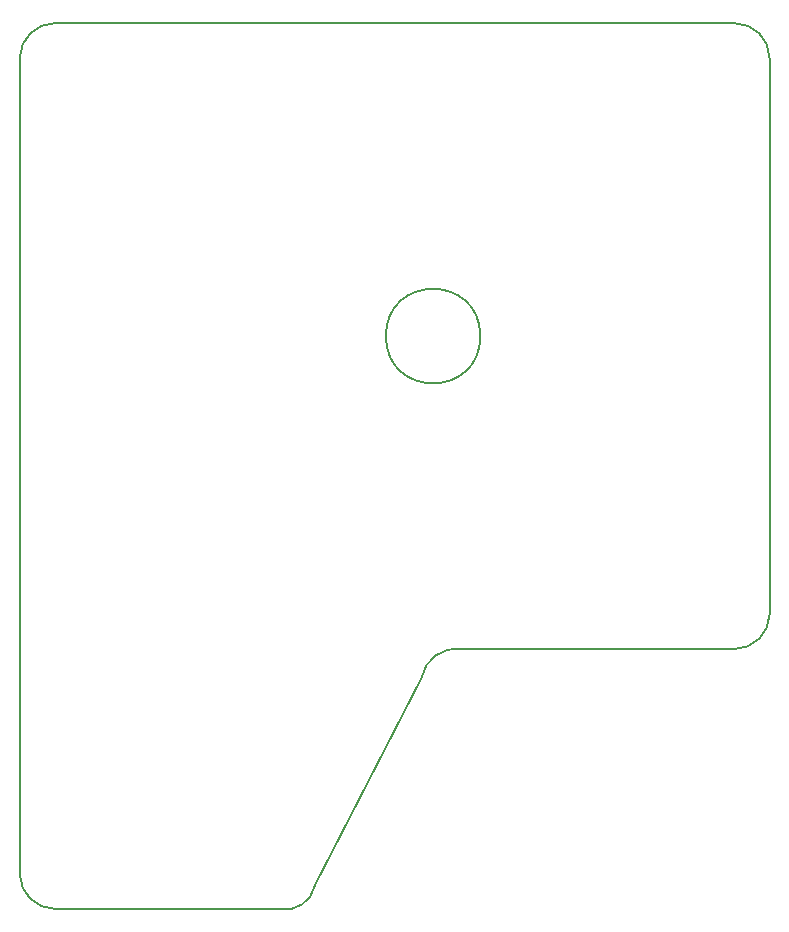
<source format=gbr>
G04 #@! TF.FileFunction,Profile,NP*
%FSLAX46Y46*%
G04 Gerber Fmt 4.6, Leading zero omitted, Abs format (unit mm)*
G04 Created by KiCad (PCBNEW 4.0.7-e2-6376~58~ubuntu16.04.1) date Mon Oct 23 12:39:53 2017*
%MOMM*%
%LPD*%
G01*
G04 APERTURE LIST*
%ADD10C,0.100000*%
%ADD11C,0.150000*%
G04 APERTURE END LIST*
D10*
D11*
X171100000Y-79960000D02*
G75*
G03X171100000Y-79960000I-4000000J0D01*
G01*
X132100000Y-56460000D02*
X132100000Y-125460000D01*
X192600000Y-53460000D02*
X135100000Y-53460000D01*
X195600000Y-103460000D02*
X195600000Y-56460000D01*
X169600000Y-106460000D02*
X192600000Y-106460000D01*
X157100000Y-126460000D02*
X166100000Y-108960000D01*
X135100000Y-128460000D02*
X154100000Y-128460000D01*
X135100000Y-53460000D02*
G75*
G03X132100000Y-56460000I0J-3000000D01*
G01*
X195600000Y-56460000D02*
G75*
G03X192600000Y-53460000I-3000000J0D01*
G01*
X192600000Y-106460000D02*
G75*
G03X195600000Y-103460000I0J3000000D01*
G01*
X154100000Y-128460000D02*
G75*
G03X157100000Y-126460000I500000J2500000D01*
G01*
X169600000Y-106460000D02*
G75*
G03X166100000Y-108960000I-500000J-3000000D01*
G01*
X132100000Y-125460000D02*
G75*
G03X135100000Y-128460000I3000000J0D01*
G01*
M02*

</source>
